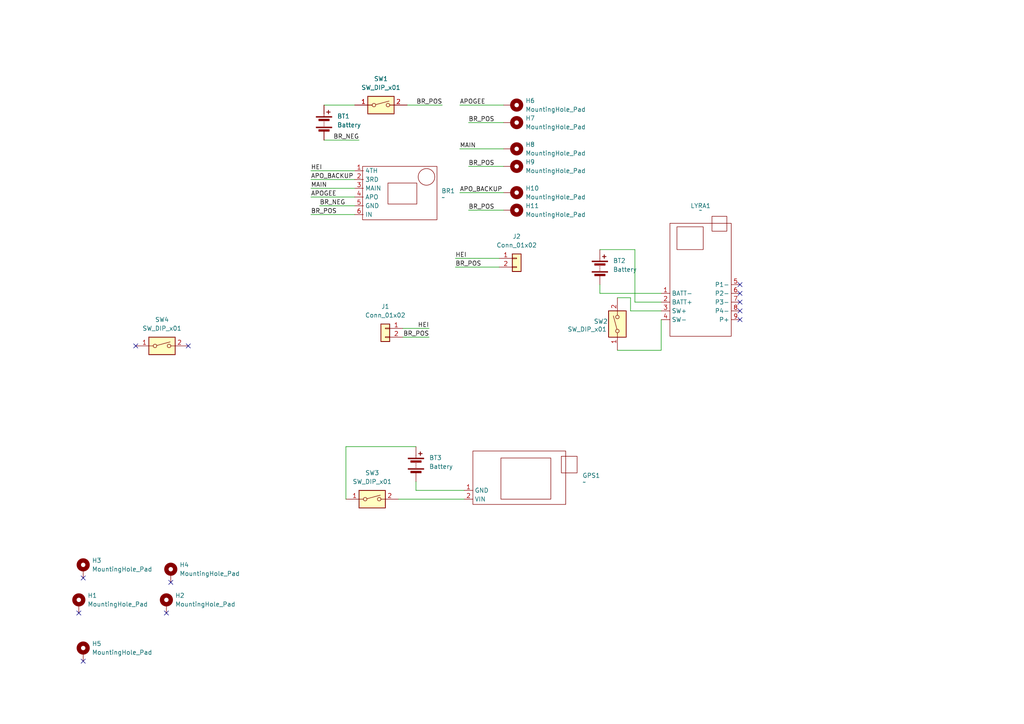
<source format=kicad_sch>
(kicad_sch (version 20231120) (generator "eeschema") (generator_version "8.0")
  (paper "A4")
  (lib_symbols
    (symbol "Altimeters:Blue_Raven"
      (property "Reference" "BR" (at -5.588 1.016 0))
      (symbol "Blue_Raven_0_1"
        (rectangle (start -17.78 0) (end 3.81 -15.494))
        (rectangle (start -10.414 -4.826) (end -2.032 -10.922))
        (circle (center 0.762 -3.048) (radius 2.4097))
      )
      (symbol "Blue_Raven_1_1"
        (pin power_in line (at -20.066 -1.27 0) (length 2.54) (name "4TH") (number "1"))
        (pin power_in line (at -20.066 -3.81 0) (length 2.54) (name "3RD") (number "2"))
        (pin input line (at -20.066 -6.35 0) (length 2.54) (name "MAIN") (number "3"))
        (pin input line (at -20.066 -8.89 0) (length 2.54) (name "APO") (number "4"))
        (pin input line (at -20.066 -11.43 0) (length 2.54) (name "GND") (number "5"))
        (pin input line (at -20.066 -13.97 0) (length 2.54) (name "IN") (number "6"))
      )
    )
    (symbol "Altimeters:Featherweight GPS"
      (property "Reference" "GPS1" (at 13.97 -7.1119 0))
      (property "Value" "~" (at 13.97 -9.017 0))
      (symbol "Featherweight GPS_0_1"
        (rectangle (start -17.78 0) (end 9.144 -15.494))
        (rectangle (start -9.652 -2.032) (end 4.826 -13.97))
        (rectangle (start 7.874 -1.524) (end 12.446 -6.35))
      )
      (symbol "Featherweight GPS_1_1"
        (pin input line (at -20.32 -11.43 0) (length 2.54) (name "GND") (number "1"))
        (pin input line (at -20.32 -13.97 0) (length 2.54) (name "VIN") (number "2"))
      )
    )
    (symbol "Altimeters:Lyra"
      (property "Reference" "LYRA" (at -5.588 1.016 0))
      (symbol "Lyra_0_1"
        (rectangle (start -6.35 0) (end 11.43 -32.766))
        (rectangle (start -4.318 -1.016) (end 3.302 -7.62))
        (rectangle (start 5.842 2.032) (end 10.16 -2.286))
      )
      (symbol "Lyra_1_1"
        (pin input line (at -8.89 -20.32 0) (length 2.54) (name "BATT-") (number "1"))
        (pin input line (at -8.89 -22.86 0) (length 2.54) (name "BATT+") (number "2"))
        (pin input line (at -8.89 -25.4 0) (length 2.54) (name "SW+") (number "3"))
        (pin input line (at -8.89 -27.94 0) (length 2.54) (name "SW-") (number "4"))
        (pin input line (at 13.97 -17.78 180) (length 2.54) (name "P1-") (number "5"))
        (pin input line (at 13.97 -20.32 180) (length 2.54) (name "P2-") (number "6"))
        (pin input line (at 13.97 -22.86 180) (length 2.54) (name "P3-") (number "7"))
        (pin input line (at 13.97 -25.4 180) (length 2.54) (name "P4-") (number "8"))
        (pin input line (at 13.97 -27.94 180) (length 2.54) (name "P+") (number "9"))
      )
    )
    (symbol "Connector_Generic:Conn_01x02" (pin_names (offset 1.016) hide)
      (property "Reference" "J" (at 0 2.54 0))
      (property "Value" "Conn_01x02" (at 0 -5.08 0))
      (symbol "Conn_01x02_1_1"
        (rectangle (start -1.27 -2.413) (end 0 -2.667) (stroke (width 0.1524)))
        (rectangle (start -1.27 0.127) (end 0 -0.127) (stroke (width 0.1524)))
        (rectangle (start -1.27 1.27) (end 1.27 -3.81) (stroke (width 0.254)) (fill (type background)))
        (pin passive line (at -5.08 0 0) (length 3.81) (name "Pin_1") (number "1"))
        (pin passive line (at -5.08 -2.54 0) (length 3.81) (name "Pin_2") (number "2"))
      )
    )
    (symbol "Device:Battery" (pin_numbers hide) (pin_names (offset 0) hide)
      (property "Reference" "BT" (at 2.54 2.54 0))
      (property "Value" "Battery" (at 2.54 0 0))
      (symbol "Battery_0_1"
        (rectangle (start -2.286 -1.27) (end 2.286 -1.524) (fill (type outline)))
        (rectangle (start -2.286 1.778) (end 2.286 1.524) (fill (type outline)))
        (rectangle (start -1.524 -2.032) (end 1.524 -2.54) (fill (type outline)))
        (rectangle (start -1.524 1.016) (end 1.524 0.508) (fill (type outline)))
        (polyline (pts (xy 0 -1.016) (xy 0 -0.762)))
        (polyline (pts (xy 0 -0.508) (xy 0 -0.254)))
        (polyline (pts (xy 0 0) (xy 0 0.254)))
        (polyline (pts (xy 0 1.778) (xy 0 2.54)))
        (polyline (pts (xy 0.762 3.048) (xy 1.778 3.048)) (stroke (width 0.254)))
        (polyline (pts (xy 1.27 3.556) (xy 1.27 2.54)) (stroke (width 0.254)))
      )
      (symbol "Battery_1_1"
        (pin passive line (at 0 5.08 270) (length 2.54) (name "+") (number "1"))
        (pin passive line (at 0 -5.08 90) (length 2.54) (name "-") (number "2"))
      )
    )
    (symbol "Mechanical:MountingHole_Pad" (pin_numbers hide) (pin_names (offset 1.016) hide)
      (property "Reference" "H" (at 0 6.35 0))
      (property "Value" "MountingHole_Pad" (at 0 4.445 0))
      (symbol "MountingHole_Pad_0_1"
        (circle (center 0 1.27) (radius 1.27) (stroke (width 1.27)))
      )
      (symbol "MountingHole_Pad_1_1"
        (pin input line (at 0 -2.54 90) (length 2.54) (name "1") (number "1"))
      )
    )
    (symbol "Switch:SW_DIP_x01" (pin_names (offset 0) hide)
      (property "Reference" "SW" (at 0 3.81 0))
      (property "Value" "SW_DIP_x01" (at 0 -3.81 0))
      (symbol "SW_DIP_x01_0_0"
        (circle (center -2.032 0) (radius 0.508))
        (polyline (pts (xy -1.524 0.127) (xy 2.3622 1.1684)))
        (circle (center 2.032 0) (radius 0.508))
      )
      (symbol "SW_DIP_x01_0_1"
        (rectangle (start -3.81 2.54) (end 3.81 -2.54) (stroke (width 0.254)) (fill (type background)))
      )
      (symbol "SW_DIP_x01_1_1"
        (pin passive line (at -7.62 0 0) (length 5.08) (name "~") (number "1"))
        (pin passive line (at 7.62 0 180) (length 5.08) (name "~") (number "2"))
      )
    )
  )
  (no_connect (at 214.63 87.63))
  (no_connect (at 39.37 100.33))
  (no_connect (at 214.63 90.17))
  (no_connect (at 214.63 82.55))
  (no_connect (at 214.63 92.71))
  (no_connect (at 48.26 177.8))
  (no_connect (at 24.13 191.77))
  (no_connect (at 54.61 100.33))
  (no_connect (at 49.53 168.91))
  (no_connect (at 214.63 85.09))
  (no_connect (at 24.13 167.64))
  (no_connect (at 22.86 177.8))
  (wire (pts (xy 133.35 30.48) (xy 146.05 30.48)))
  (wire (pts (xy 115.57 144.78) (xy 134.62 144.78)))
  (wire (pts (xy 184.15 87.63) (xy 184.15 72.39)))
  (wire (pts (xy 182.88 86.36) (xy 179.07 86.36)))
  (wire (pts (xy 93.98 30.48) (xy 102.87 30.48)))
  (wire (pts (xy 100.33 129.54) (xy 100.33 144.78)))
  (wire (pts (xy 191.77 90.17) (xy 182.88 90.17)))
  (wire (pts (xy 120.65 129.54) (xy 100.33 129.54)))
  (wire (pts (xy 124.46 95.25) (xy 116.84 95.25)))
  (wire (pts (xy 191.77 87.63) (xy 184.15 87.63)))
  (wire (pts (xy 146.05 35.56) (xy 135.89 35.56)))
  (wire (pts (xy 191.77 85.09) (xy 173.99 85.09)))
  (wire (pts (xy 120.65 139.7) (xy 120.65 142.24)))
  (wire (pts (xy 133.35 55.88) (xy 146.05 55.88)))
  (wire (pts (xy 146.05 48.26) (xy 135.89 48.26)))
  (wire (pts (xy 90.17 49.53) (xy 102.87 49.53)))
  (wire (pts (xy 179.07 101.6) (xy 191.77 101.6)))
  (wire (pts (xy 90.17 62.23) (xy 102.87 62.23)))
  (wire (pts (xy 116.84 97.79) (xy 124.46 97.79)))
  (wire (pts (xy 92.71 59.69) (xy 102.87 59.69)))
  (wire (pts (xy 132.08 77.47) (xy 144.78 77.47)))
  (wire (pts (xy 90.17 52.07) (xy 102.87 52.07)))
  (wire (pts (xy 191.77 101.6) (xy 191.77 92.71)))
  (wire (pts (xy 120.65 142.24) (xy 134.62 142.24)))
  (wire (pts (xy 90.17 57.15) (xy 102.87 57.15)))
  (wire (pts (xy 146.05 60.96) (xy 135.89 60.96)))
  (wire (pts (xy 173.99 85.09) (xy 173.99 82.55)))
  (wire (pts (xy 93.98 40.64) (xy 104.14 40.64)))
  (wire (pts (xy 184.15 72.39) (xy 173.99 72.39)))
  (wire (pts (xy 90.17 54.61) (xy 102.87 54.61)))
  (wire (pts (xy 132.08 74.93) (xy 144.78 74.93)))
  (wire (pts (xy 128.27 30.48) (xy 118.11 30.48)))
  (wire (pts (xy 182.88 90.17) (xy 182.88 86.36)))
  (wire (pts (xy 133.35 43.18) (xy 146.05 43.18)))
  (label "BR_POS" (at 132.08 77.47 0))
  (label "BR_POS" (at 135.89 60.96 0))
  (label "MAIN" (at 90.17 54.61 0))
  (label "APO_BACKUP" (at 90.17 52.07 0))
  (label "BR_POS" (at 135.89 48.26 0))
  (label "BR_POS" (at 90.17 62.23 0))
  (label "BR_NEG" (at 92.71 59.69 0))
  (label "HEI" (at 124.46 95.25 180))
  (label "BR_POS" (at 128.27 30.48 180))
  (label "HEI" (at 132.08 74.93 0))
  (label "HEI" (at 90.17 49.53 0))
  (label "BR_NEG" (at 104.14 40.64 180))
  (label "APOGEE" (at 133.35 30.48 0))
  (label "APO_BACKUP" (at 133.35 55.88 0))
  (label "APOGEE" (at 90.17 57.15 0))
  (label "BR_POS" (at 124.46 97.79 180))
  (label "BR_POS" (at 135.89 35.56 0))
  (label "MAIN" (at 133.35 43.18 0))
  (symbol (lib_id "Altimeters:Lyra") (at 200.66 64.77 0) (unit 1)
    (property "Reference" "LYRA1" (at 203.2 59.69 0))
    (property "Value" "~" (at 203.2 60.96 0))
    (property "Footprint" "Connector_PinHeader_2.54mm:PinHeader_1x04_P2.54mm_Vertical" (effects (hide yes)))
  )
  (symbol (lib_id "Switch:SW_DIP_x01") (at 46.99 100.33 0) (unit 1)
    (property "Reference" "SW4" (at 46.99 92.71 0))
    (property "Value" "SW_DIP_x01" (at 46.99 95.25 0))
    (property "Footprint" "Connector_PinHeader_2.54mm:PinHeader_1x01_P2.54mm_Horizontal" (effects (hide yes)))
    (property "Description" "1x DIP Switch, Single Pole Single Throw (SPST) switch, small symbol" (effects (hide yes)))
  )
  (symbol (lib_id "Mechanical:MountingHole_Pad") (at 148.59 60.96 270) (unit 1)
    (property "Reference" "H11" (at 152.4 59.6899 90) (effects (justify left)))
    (property "Value" "MountingHole_Pad" (at 152.4 62.2299 90) (effects (justify left)))
    (property "Footprint" "MountingHole:MountingHole_2.2mm_M2_DIN965_Pad" (effects (hide yes)))
    (property "Description" "Mounting Hole with connection" (effects (hide yes)))
  )
  (symbol (lib_id "Switch:SW_DIP_x01") (at 107.95 144.78 0) (unit 1)
    (property "Reference" "SW3" (at 107.95 137.16 0))
    (property "Value" "SW_DIP_x01" (at 107.95 139.7 0))
    (property "Footprint" "Connector_PinHeader_2.54mm:PinHeader_2x01_P2.54mm_Horizontal" (effects (hide yes)))
    (property "Description" "1x DIP Switch, Single Pole Single Throw (SPST) switch, small symbol" (effects (hide yes)))
  )
  (symbol (lib_id "Mechanical:MountingHole_Pad") (at 24.13 165.1 0) (unit 1)
    (property "Reference" "H3" (at 26.67 162.5599 0) (effects (justify left)))
    (property "Value" "MountingHole_Pad" (at 26.67 165.0999 0) (effects (justify left)))
    (property "Footprint" "MountingHole:MountingHole_3.2mm_M3_Pad" (effects (hide yes)))
    (property "Description" "Mounting Hole with connection" (effects (hide yes)))
  )
  (symbol (lib_id "Mechanical:MountingHole_Pad") (at 49.53 166.37 0) (unit 1)
    (property "Reference" "H4" (at 52.07 163.8299 0) (effects (justify left)))
    (property "Value" "MountingHole_Pad" (at 52.07 166.3699 0) (effects (justify left)))
    (property "Footprint" "MountingHole:MountingHole_3.2mm_M3_Pad" (effects (hide yes)))
    (property "Description" "Mounting Hole with connection" (effects (hide yes)))
  )
  (symbol (lib_id "Mechanical:MountingHole_Pad") (at 48.26 175.26 0) (unit 1)
    (property "Reference" "H2" (at 50.8 172.7199 0) (effects (justify left)))
    (property "Value" "MountingHole_Pad" (at 50.8 175.2599 0) (effects (justify left)))
    (property "Footprint" "MountingHole:MountingHole_3.2mm_M3_Pad" (effects (hide yes)))
    (property "Description" "Mounting Hole with connection" (effects (hide yes)))
  )
  (symbol (lib_id "Mechanical:MountingHole_Pad") (at 148.59 30.48 270) (unit 1)
    (property "Reference" "H6" (at 152.4 29.2099 90) (effects (justify left)))
    (property "Value" "MountingHole_Pad" (at 152.4 31.7499 90) (effects (justify left)))
    (property "Footprint" "MountingHole:MountingHole_2.2mm_M2_DIN965_Pad" (effects (hide yes)))
    (property "Description" "Mounting Hole with connection" (effects (hide yes)))
  )
  (symbol (lib_id "Altimeters:Featherweight GPS") (at 154.94 130.81 0) (unit 1)
    (property "Reference" "GPS1" (at 168.91 137.9219 0) (effects (justify left)))
    (property "Value" "~" (at 168.91 139.827 0) (effects (justify left)))
    (property "Footprint" "Connector_PinHeader_2.54mm:PinHeader_1x02_P2.54mm_Vertical" (effects (hide yes)))
  )
  (symbol (lib_id "Mechanical:MountingHole_Pad") (at 22.86 175.26 0) (unit 1)
    (property "Reference" "H1" (at 25.4 172.7199 0) (effects (justify left)))
    (property "Value" "MountingHole_Pad" (at 25.4 175.2599 0) (effects (justify left)))
    (property "Footprint" "MountingHole:MountingHole_3.2mm_M3_Pad" (effects (hide yes)))
    (property "Description" "Mounting Hole with connection" (effects (hide yes)))
  )
  (symbol (lib_id "Device:Battery") (at 93.98 35.56 0) (unit 1)
    (property "Reference" "BT1" (at 97.79 33.7184 0) (effects (justify left)))
    (property "Value" "Battery" (at 97.79 36.2584 0) (effects (justify left)))
    (property "Footprint" "Connector_PinHeader_1.27mm:PinHeader_1x02_P1.27mm_Vertical" (effects (hide yes)))
    (property "Description" "Multiple-cell battery" (effects (hide yes)))
  )
  (symbol (lib_id "Device:Battery") (at 173.99 77.47 0) (unit 1)
    (property "Reference" "BT2" (at 177.8 75.6284 0) (effects (justify left)))
    (property "Value" "Battery" (at 177.8 78.1684 0) (effects (justify left)))
    (property "Footprint" "Connector_PinHeader_1.27mm:PinHeader_1x02_P1.27mm_Vertical" (effects (hide yes)))
    (property "Description" "Multiple-cell battery" (effects (hide yes)))
  )
  (symbol (lib_id "Device:Battery") (at 120.65 134.62 0) (unit 1)
    (property "Reference" "BT3" (at 124.46 132.7784 0) (effects (justify left)))
    (property "Value" "Battery" (at 124.46 135.3184 0) (effects (justify left)))
    (property "Footprint" "easyeda2kicad:CONN-TH_2P-P2.00_PH-2AK" (effects (hide yes)))
    (property "Description" "Multiple-cell battery" (effects (hide yes)))
  )
  (symbol (lib_id "Mechanical:MountingHole_Pad") (at 148.59 55.88 270) (unit 1)
    (property "Reference" "H10" (at 152.4 54.6099 90) (effects (justify left)))
    (property "Value" "MountingHole_Pad" (at 152.4 57.1499 90) (effects (justify left)))
    (property "Footprint" "MountingHole:MountingHole_2.2mm_M2_DIN965_Pad" (effects (hide yes)))
    (property "Description" "Mounting Hole with connection" (effects (hide yes)))
  )
  (symbol (lib_id "Mechanical:MountingHole_Pad") (at 148.59 43.18 270) (unit 1)
    (property "Reference" "H8" (at 152.4 41.9099 90) (effects (justify left)))
    (property "Value" "MountingHole_Pad" (at 152.4 44.4499 90) (effects (justify left)))
    (property "Footprint" "MountingHole:MountingHole_2.2mm_M2_DIN965_Pad" (effects (hide yes)))
    (property "Description" "Mounting Hole with connection" (effects (hide yes)))
  )
  (symbol (lib_id "Mechanical:MountingHole_Pad") (at 148.59 48.26 270) (unit 1)
    (property "Reference" "H9" (at 152.4 46.9899 90) (effects (justify left)))
    (property "Value" "MountingHole_Pad" (at 152.4 49.5299 90) (effects (justify left)))
    (property "Footprint" "MountingHole:MountingHole_2.2mm_M2_DIN965_Pad" (effects (hide yes)))
    (property "Description" "Mounting Hole with connection" (effects (hide yes)))
  )
  (symbol (lib_id "Mechanical:MountingHole_Pad") (at 24.13 189.23 0) (unit 1)
    (property "Reference" "H5" (at 26.67 186.6899 0) (effects (justify left)))
    (property "Value" "MountingHole_Pad" (at 26.67 189.2299 0) (effects (justify left)))
    (property "Footprint" "MountingHole:MountingHole_3.2mm_M3_Pad" (effects (hide yes)))
    (property "Description" "Mounting Hole with connection" (effects (hide yes)))
  )
  (symbol (lib_id "Connector_Generic:Conn_01x02") (at 149.86 74.93 0) (unit 1)
    (property "Reference" "J2" (at 149.86 68.58 0))
    (property "Value" "Conn_01x02" (at 149.86 71.12 0))
    (property "Footprint" "Connector_PinHeader_2.54mm:PinHeader_1x02_P2.54mm_Vertical" (effects (hide yes)))
    (property "Description" "Generic connector, single row, 01x02, script generated (kicad-library-utils/schlib/autogen/connector/)" (effects (hide yes)))
  )
  (symbol (lib_id "Switch:SW_DIP_x01") (at 110.49 30.48 0) (unit 1)
    (property "Reference" "SW1" (at 110.49 22.86 0))
    (property "Value" "SW_DIP_x01" (at 110.49 25.4 0))
    (property "Footprint" "Connector_PinHeader_2.54mm:PinHeader_2x01_P2.54mm_Horizontal" (effects (hide yes)))
    (property "Description" "1x DIP Switch, Single Pole Single Throw (SPST) switch, small symbol" (effects (hide yes)))
  )
  (symbol (lib_id "Altimeters:Blue_Raven") (at 122.936 48.26 0) (unit 1)
    (property "Reference" "BR1" (at 128.016 55.3719 0) (effects (justify left)))
    (property "Value" "~" (at 128.016 57.277 0) (effects (justify left)))
    (property "Footprint" "Connector_PinHeader_2.54mm:PinHeader_1x06_P2.54mm_Vertical" (effects (hide yes)))
  )
  (symbol (lib_id "Switch:SW_DIP_x01") (at 179.07 93.98 90) (unit 1)
    (property "Reference" "SW2" (at 172.212 93.218 90) (effects (justify right)))
    (property "Value" "SW_DIP_x01" (at 164.592 95.504 90) (effects (justify right)))
    (property "Footprint" "Connector_PinHeader_2.54mm:PinHeader_2x01_P2.54mm_Horizontal" (effects (hide yes)))
    (property "Description" "1x DIP Switch, Single Pole Single Throw (SPST) switch, small symbol" (effects (hide yes)))
  )
  (symbol (lib_id "Mechanical:MountingHole_Pad") (at 148.59 35.56 270) (unit 1)
    (property "Reference" "H7" (at 152.4 34.2899 90) (effects (justify left)))
    (property "Value" "MountingHole_Pad" (at 152.4 36.8299 90) (effects (justify left)))
    (property "Footprint" "MountingHole:MountingHole_2.2mm_M2_DIN965_Pad" (effects (hide yes)))
    (property "Description" "Mounting Hole with connection" (effects (hide yes)))
  )
  (symbol (lib_id "Connector_Generic:Conn_01x02") (at 111.76 95.25 0) (mirror y) (unit 1)
    (property "Reference" "J1" (at 111.76 88.9 0))
    (property "Value" "Conn_01x02" (at 111.76 91.44 0))
    (property "Footprint" "Connector_PinHeader_2.54mm:PinHeader_1x02_P2.54mm_Vertical" (effects (hide yes)))
    (property "Description" "Generic connector, single row, 01x02, script generated (kicad-library-utils/schlib/autogen/connector/)" (effects (hide yes)))
  )
)
</source>
